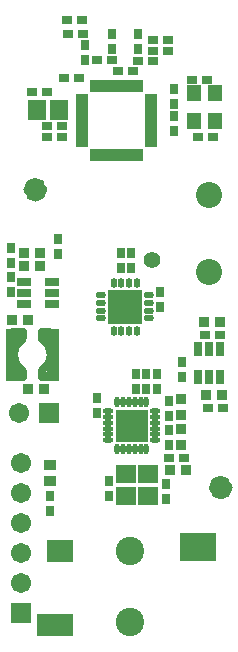
<source format=gts>
%FSLAX24Y24*%
%MOIN*%
G70*
G01*
G75*
G04 Layer_Color=8388736*
%ADD10C,0.0197*%
%ADD11C,0.0276*%
%ADD12R,0.0250X0.0200*%
%ADD13R,0.0827X0.0689*%
%ADD14R,0.1142X0.0689*%
%ADD15R,0.1142X0.0886*%
%ADD16R,0.0433X0.0236*%
%ADD17R,0.0300X0.0300*%
%ADD18R,0.0300X0.0300*%
%ADD19R,0.0236X0.0433*%
%ADD20R,0.0335X0.1693*%
%ADD21R,0.0200X0.0250*%
%ADD22C,0.0472*%
%ADD23R,0.1102X0.1102*%
%ADD24O,0.0256X0.0138*%
%ADD25O,0.0138X0.0256*%
%ADD26R,0.0591X0.0512*%
%ADD27R,0.0320X0.0300*%
%ADD28R,0.1024X0.1024*%
%ADD29O,0.0098X0.0276*%
%ADD30O,0.0276X0.0098*%
%ADD31R,0.0433X0.0472*%
%ADD32R,0.0354X0.0110*%
%ADD33R,0.0110X0.0354*%
%ADD34R,0.0110X0.0354*%
%ADD35R,0.0512X0.0591*%
%ADD36C,0.0250*%
%ADD37C,0.0150*%
%ADD38C,0.0100*%
%ADD39C,0.0300*%
%ADD40C,0.0400*%
%ADD41C,0.0200*%
%ADD42C,0.0080*%
%ADD43C,0.0350*%
%ADD44C,0.0120*%
%ADD45C,0.0059*%
%ADD46C,0.0500*%
%ADD47C,0.0060*%
%ADD48R,0.0579X0.0630*%
%ADD49R,0.0190X0.0515*%
%ADD50R,0.1180X0.0320*%
%ADD51R,0.0595X0.1290*%
%ADD52R,0.0400X0.0900*%
%ADD53R,0.1029X0.0407*%
%ADD54R,0.0550X0.1050*%
%ADD55R,0.0879X0.3300*%
%ADD56R,0.0570X0.1500*%
%ADD57C,0.0787*%
%ADD58C,0.0866*%
%ADD59R,0.0591X0.0591*%
%ADD60C,0.0591*%
%ADD61R,0.0591X0.0591*%
%ADD62C,0.0320*%
%ADD63C,0.0260*%
%ADD64R,0.1400X0.1000*%
%ADD65C,0.0098*%
%ADD66C,0.0039*%
%ADD67C,0.0079*%
%ADD68C,0.0050*%
%ADD69C,0.0043*%
%ADD70C,0.0394*%
%ADD71R,0.0330X0.0280*%
%ADD72R,0.0907X0.0769*%
%ADD73R,0.1222X0.0769*%
%ADD74R,0.1222X0.0966*%
%ADD75R,0.0513X0.0316*%
%ADD76R,0.0380X0.0380*%
%ADD77R,0.0380X0.0380*%
%ADD78R,0.0316X0.0513*%
%ADD79R,0.0415X0.1773*%
%ADD80R,0.0280X0.0330*%
%ADD81C,0.0552*%
%ADD82R,0.1182X0.1182*%
%ADD83O,0.0336X0.0218*%
%ADD84O,0.0218X0.0336*%
%ADD85R,0.0671X0.0592*%
%ADD86R,0.0400X0.0380*%
%ADD87R,0.1104X0.1104*%
%ADD88O,0.0178X0.0356*%
%ADD89O,0.0356X0.0178*%
%ADD90R,0.0513X0.0552*%
%ADD91R,0.0434X0.0190*%
%ADD92R,0.0190X0.0434*%
%ADD93R,0.0190X0.0434*%
%ADD94R,0.0592X0.0671*%
%ADD95C,0.0867*%
%ADD96C,0.0946*%
%ADD97R,0.0671X0.0671*%
%ADD98C,0.0671*%
%ADD99R,0.0671X0.0671*%
D10*
X381Y10887D02*
X774D01*
X728Y10624D02*
X774Y10670D01*
X578Y10769D02*
X723Y10624D01*
X728D01*
X774Y10670D02*
Y10887D01*
X617Y9470D02*
X696Y9549D01*
X774D01*
Y9313D02*
Y9549D01*
X302Y9313D02*
X774D01*
X1326Y10769D02*
X1522D01*
X1326Y10651D02*
Y10887D01*
X1641D01*
X1404Y9391D02*
X1483Y9470D01*
X1326Y9313D02*
Y9549D01*
Y9313D02*
X1680D01*
D11*
X1372Y9576D02*
G03*
X1372Y10624I-322J524D01*
G01*
X728D02*
G03*
X728Y9576I322J-524D01*
G01*
D70*
X1348Y15600D02*
G03*
X1348Y15600I-197J0D01*
G01*
X7527Y5670D02*
G03*
X7527Y5670I-197J0D01*
G01*
D71*
X7400Y8330D02*
D03*
X6900D02*
D03*
X6100Y6650D02*
D03*
X5600D02*
D03*
X2610Y19310D02*
D03*
X2110D02*
D03*
X1550Y18850D02*
D03*
X1050Y18850D02*
D03*
X5090Y19900D02*
D03*
X4590D02*
D03*
X4400Y19560D02*
D03*
X3900D02*
D03*
X3200Y19910D02*
D03*
X3700D02*
D03*
X2750Y20790D02*
D03*
X2250D02*
D03*
X6370Y19270D02*
D03*
X6870Y19270D02*
D03*
X7070Y17370D02*
D03*
X6570D02*
D03*
X5090Y20240D02*
D03*
X5590D02*
D03*
X5090Y20580D02*
D03*
X5590D02*
D03*
X1550Y17360D02*
D03*
X2050D02*
D03*
X1550Y17710D02*
D03*
X2050D02*
D03*
X2200Y21270D02*
D03*
X2700D02*
D03*
X6810Y10760D02*
D03*
X7310D02*
D03*
D72*
X1970Y3550D02*
D03*
D73*
X1820Y1100D02*
D03*
D74*
X6570Y3700D02*
D03*
D75*
X1722Y11776D02*
D03*
Y12150D02*
D03*
Y12524D02*
D03*
X778D02*
D03*
Y12150D02*
D03*
Y11776D02*
D03*
D76*
X6000Y8080D02*
D03*
Y8620D02*
D03*
Y7080D02*
D03*
Y7620D02*
D03*
D77*
X6170Y6250D02*
D03*
X5630D02*
D03*
X6780Y11200D02*
D03*
X7320D02*
D03*
X780Y13050D02*
D03*
X1320Y13050D02*
D03*
X780Y13500D02*
D03*
X1320D02*
D03*
X920Y11250D02*
D03*
X380D02*
D03*
X6840Y8770D02*
D03*
X7380D02*
D03*
X1440Y8960D02*
D03*
X900D02*
D03*
D78*
X7324Y10292D02*
D03*
X6950D02*
D03*
X6576D02*
D03*
X6576Y9348D02*
D03*
X6950D02*
D03*
X7324Y9348D02*
D03*
D79*
X371Y10100D02*
D03*
X1729D02*
D03*
D80*
X350Y12200D02*
D03*
Y12700D02*
D03*
X1900Y13450D02*
D03*
Y13950D02*
D03*
X6050Y9370D02*
D03*
Y9870D02*
D03*
X5300Y11700D02*
D03*
X5300Y12200D02*
D03*
X4350Y13000D02*
D03*
Y13500D02*
D03*
X4000Y13000D02*
D03*
Y13500D02*
D03*
X1640Y4900D02*
D03*
Y5400D02*
D03*
X5500Y5800D02*
D03*
Y5300D02*
D03*
X3600Y5400D02*
D03*
Y5900D02*
D03*
X4856Y8944D02*
D03*
X4856Y9444D02*
D03*
X4500Y8950D02*
D03*
X4500Y9450D02*
D03*
X3200Y8150D02*
D03*
Y8650D02*
D03*
X5600Y8050D02*
D03*
Y8550D02*
D03*
Y7100D02*
D03*
Y7600D02*
D03*
X5770Y18470D02*
D03*
Y18970D02*
D03*
Y18070D02*
D03*
Y17570D02*
D03*
X4590Y20280D02*
D03*
Y20780D02*
D03*
X2800Y19910D02*
D03*
Y20410D02*
D03*
X3710Y20780D02*
D03*
Y20280D02*
D03*
X5200Y8950D02*
D03*
Y9450D02*
D03*
X350Y13650D02*
D03*
Y13150D02*
D03*
D81*
X5050Y13250D02*
D03*
D82*
X4150Y11700D02*
D03*
D83*
X4947Y12084D02*
D03*
Y11828D02*
D03*
Y11572D02*
D03*
Y11316D02*
D03*
X3353D02*
D03*
Y11572D02*
D03*
Y11828D02*
D03*
Y12084D02*
D03*
D84*
X4534Y10903D02*
D03*
X4278D02*
D03*
X4022D02*
D03*
X3766D02*
D03*
Y12497D02*
D03*
X4022D02*
D03*
X4278D02*
D03*
X4534D02*
D03*
D85*
X4164Y5386D02*
D03*
X4164Y6134D02*
D03*
X4914Y5386D02*
D03*
Y6134D02*
D03*
D86*
X1640Y6430D02*
D03*
X1640Y5880D02*
D03*
D87*
X4364Y7736D02*
D03*
D88*
X4856Y6949D02*
D03*
X4659D02*
D03*
X4462D02*
D03*
X4265D02*
D03*
X4069D02*
D03*
X3872D02*
D03*
Y8524D02*
D03*
X4069D02*
D03*
X4265D02*
D03*
X4462D02*
D03*
X4659D02*
D03*
X4856D02*
D03*
D89*
X3576Y7244D02*
D03*
Y7441D02*
D03*
Y7638D02*
D03*
X3576Y7835D02*
D03*
X3576Y8031D02*
D03*
Y8228D02*
D03*
X5151D02*
D03*
Y8031D02*
D03*
Y7835D02*
D03*
Y7638D02*
D03*
Y7441D02*
D03*
Y7244D02*
D03*
D90*
X6449Y17880D02*
D03*
X7151D02*
D03*
X6451Y18820D02*
D03*
X7151D02*
D03*
D91*
X2702Y17900D02*
D03*
Y18294D02*
D03*
Y18688D02*
D03*
X4998Y18688D02*
D03*
X2702Y17113D02*
D03*
Y18097D02*
D03*
Y17310D02*
D03*
Y17506D02*
D03*
Y17703D02*
D03*
Y18491D02*
D03*
X4998D02*
D03*
Y17703D02*
D03*
Y17506D02*
D03*
Y18294D02*
D03*
Y18097D02*
D03*
Y17900D02*
D03*
Y17310D02*
D03*
Y17113D02*
D03*
D92*
X4647Y19058D02*
D03*
Y16762D02*
D03*
X3072Y16762D02*
D03*
X4450Y16762D02*
D03*
X3663Y16762D02*
D03*
X3466D02*
D03*
X4254D02*
D03*
X4057D02*
D03*
X3860D02*
D03*
X3072Y19058D02*
D03*
X3860D02*
D03*
X4057D02*
D03*
X3269D02*
D03*
X3466D02*
D03*
X3663D02*
D03*
X4254D02*
D03*
X4450Y19058D02*
D03*
D93*
X3269Y16762D02*
D03*
D94*
X1202Y18260D02*
D03*
X1950D02*
D03*
D95*
X6950Y12850D02*
D03*
Y15409D02*
D03*
D96*
X4320Y3543D02*
D03*
X4298Y1181D02*
D03*
D97*
X680Y1480D02*
D03*
D98*
Y2480D02*
D03*
Y3480D02*
D03*
Y4480D02*
D03*
Y5480D02*
D03*
Y6480D02*
D03*
X600Y8150D02*
D03*
D99*
X1600D02*
D03*
M02*

</source>
